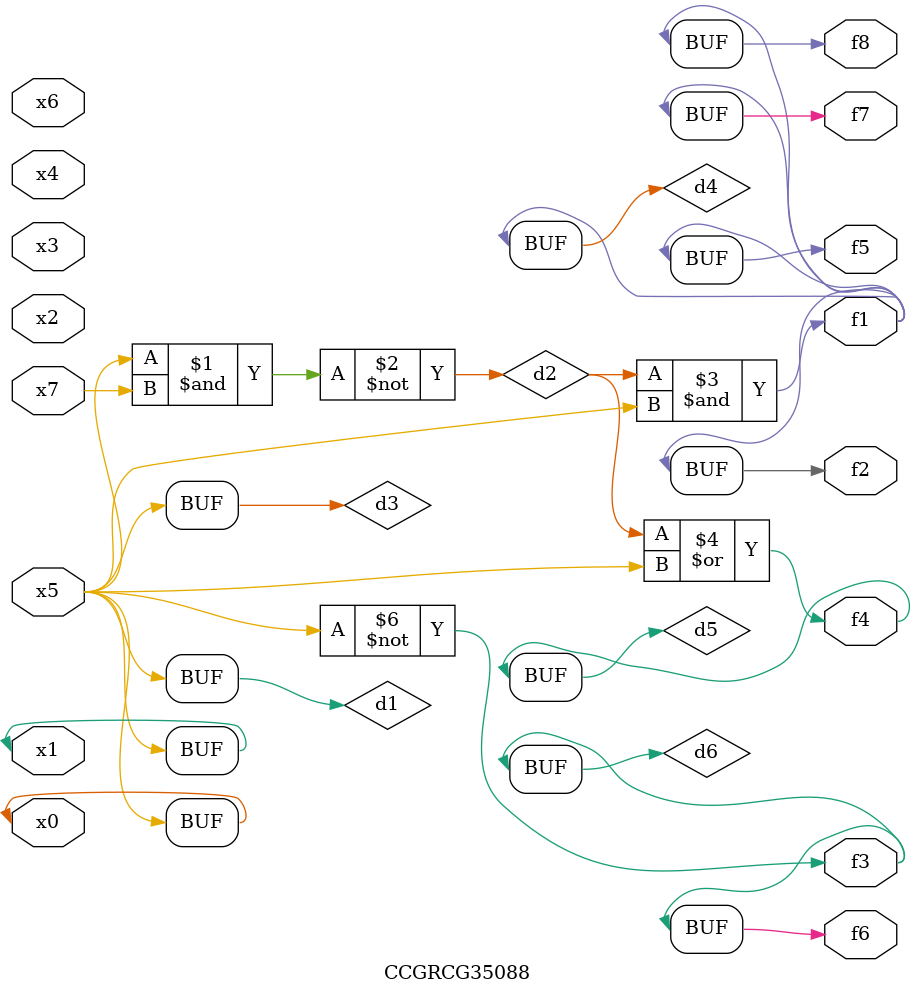
<source format=v>
module CCGRCG35088(
	input x0, x1, x2, x3, x4, x5, x6, x7,
	output f1, f2, f3, f4, f5, f6, f7, f8
);

	wire d1, d2, d3, d4, d5, d6;

	buf (d1, x0, x5);
	nand (d2, x5, x7);
	buf (d3, x0, x1);
	and (d4, d2, d3);
	or (d5, d2, d3);
	nor (d6, d1, d3);
	assign f1 = d4;
	assign f2 = d4;
	assign f3 = d6;
	assign f4 = d5;
	assign f5 = d4;
	assign f6 = d6;
	assign f7 = d4;
	assign f8 = d4;
endmodule

</source>
